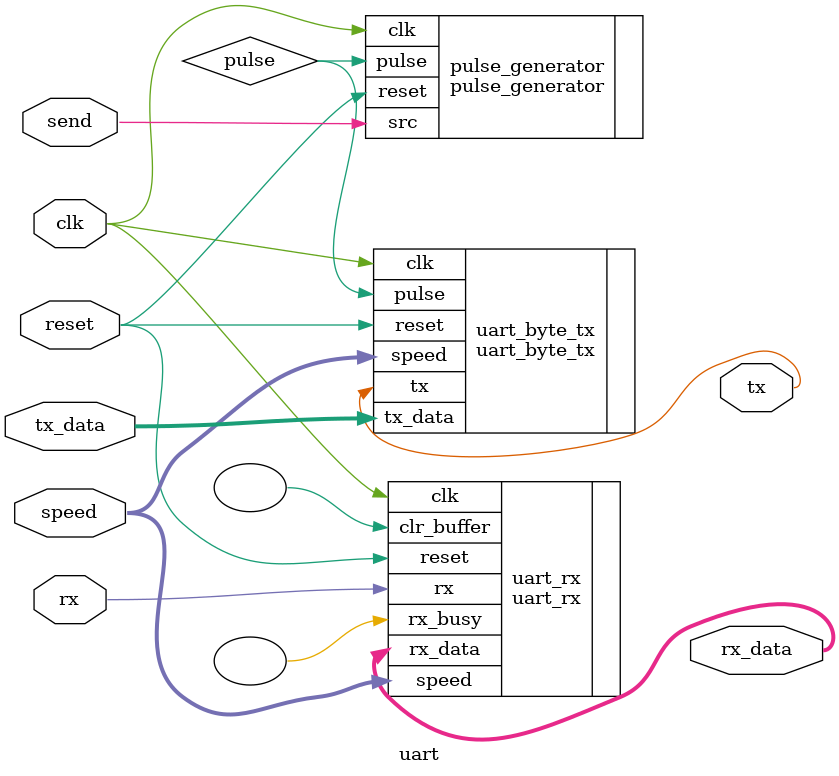
<source format=v>
`timescale 1ns / 1ps
module uart(
    input clk,
    input reset,
    input send,
    input [19:0] speed, // BAUD_RATE = 110, 300, 600, 1200, 2400, 4800, 9600, 14400, 19200,
                        //             38400, 57600, 115200, 230400,460800, 921600
    input [7:0] tx_data,
    input rx,
    output tx,
    output [7:0] rx_data
);
    
wire pulse;

pulse_generator pulse_generator(.clk(clk), .reset(reset), .src(send), .pulse(pulse));
//clock_generator #(.FREQ(BAUD_RATE)) clock_generator(.clk(clk), .reset(reset), .new_clk(new_clk));
uart_rx uart_rx(.clk(clk), .reset(reset), .speed(speed), .rx(rx), .rx_data(rx_data), .rx_busy(), .clr_buffer());
uart_byte_tx uart_byte_tx(.clk(clk), .reset(reset), .speed(speed), .tx_data(tx_data), .pulse(pulse), .tx(tx));

endmodule

</source>
